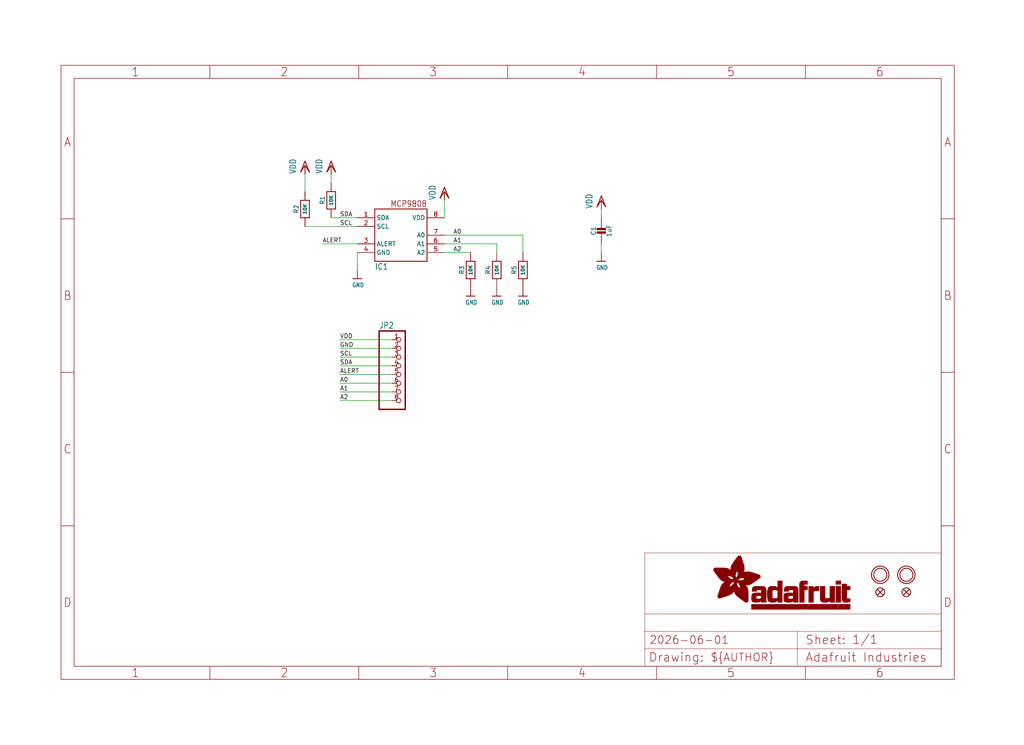
<source format=kicad_sch>
(kicad_sch (version 20230121) (generator eeschema)
  (paper "User" 298.45 217.322)
  (lib_symbols
    (symbol "working-eagle-import:CAP_CERAMIC_0805MP"
      (property "Reference" "C" (at -2.29 1.25 90))
      (symbol "CAP_CERAMIC_0805MP_1_0"
        (pin passive line (at 0 5.08 270) (length 2.54) (name "1") (number "1"))
        (pin passive line (at 0 -2.54 90) (length 2.54) (name "2") (number "2"))
      )
    )
    (symbol "working-eagle-import:FIDUCIAL{dblquote}{dblquote}")
    (symbol "working-eagle-import:FRAME_A4_ADAFRUIT"
      (symbol "FRAME_A4_ADAFRUIT_1_0"
        (text "${#}/${##}" (at 230.505 10.16 0) (effects (font (size 2.54 2.54)) (justify left bottom)))
        (text "${AUTHOR}" (at 189.23 5.08 0) (effects (font (size 2.286 2.286)) (justify left bottom)))
        (text "${CURRENT_DATE}" (at 171.45 10.16 0) (effects (font (size 2.286 2.286)) (justify left bottom)))
        (text "${PROJECTNAME}" (at 171.45 15.24 0) (effects (font (size 2.54 2.54)) (justify left bottom)))
        (text "1" (at 21.6958 1.905 0) (effects (font (size 2.54 2.286))))
        (text "1" (at 21.6958 177.165 0) (effects (font (size 2.54 2.286))))
        (text "2" (at 65.0875 1.905 0) (effects (font (size 2.54 2.286))))
        (text "2" (at 65.0875 177.165 0) (effects (font (size 2.54 2.286))))
        (text "3" (at 108.4792 1.905 0) (effects (font (size 2.54 2.286))))
        (text "3" (at 108.4792 177.165 0) (effects (font (size 2.54 2.286))))
        (text "4" (at 151.8708 1.905 0) (effects (font (size 2.54 2.286))))
        (text "4" (at 151.8708 177.165 0) (effects (font (size 2.54 2.286))))
        (text "5" (at 195.2625 1.905 0) (effects (font (size 2.54 2.286))))
        (text "5" (at 195.2625 177.165 0) (effects (font (size 2.54 2.286))))
        (text "6" (at 238.6542 1.905 0) (effects (font (size 2.54 2.286))))
        (text "6" (at 238.6542 177.165 0) (effects (font (size 2.54 2.286))))
        (text "A" (at 1.905 156.6863 0) (effects (font (size 2.54 2.286))))
        (text "A" (at 258.445 156.6863 0) (effects (font (size 2.54 2.286))))
        (text "Adafruit Industries" (at 216.916 4.953 0) (effects (font (size 2.54 2.54)) (justify left bottom)))
        (text "B" (at 1.905 111.9188 0) (effects (font (size 2.54 2.286))))
        (text "B" (at 258.445 111.9188 0) (effects (font (size 2.54 2.286))))
        (text "C" (at 1.905 67.1513 0) (effects (font (size 2.54 2.286))))
        (text "C" (at 258.445 67.1513 0) (effects (font (size 2.54 2.286))))
        (text "D" (at 1.905 22.3838 0) (effects (font (size 2.54 2.286))))
        (text "D" (at 258.445 22.3838 0) (effects (font (size 2.54 2.286))))
        (text "Drawing:" (at 171.196 4.953 0) (effects (font (size 2.54 2.54)) (justify left bottom)))
        (text "Sheet:" (at 216.916 10.033 0) (effects (font (size 2.54 2.54)) (justify left bottom)))
      )
    )
    (symbol "working-eagle-import:GND" (power)
      (property "Value" "GND" (at -1.524 -2.54 0))
      (symbol "GND_1_0"
        (pin power_in line (at 0 2.54 270) (length 2.54) (name "GND") (number "1"))
      )
    )
    (symbol "working-eagle-import:HEADER-1X870MIL"
      (property "Reference" "JP" (at -6.35 13.335 0))
      (symbol "HEADER-1X870MIL_1_0"
        (pin passive inverted (at -2.54 10.16 0) (length 2.54) (name "1") (number "1"))
        (pin passive inverted (at -2.54 7.62 0) (length 2.54) (name "2") (number "2"))
        (pin passive inverted (at -2.54 5.08 0) (length 2.54) (name "3") (number "3"))
        (pin passive inverted (at -2.54 2.54 0) (length 2.54) (name "4") (number "4"))
        (pin passive inverted (at -2.54 0 0) (length 2.54) (name "5") (number "5"))
        (pin passive inverted (at -2.54 -2.54 0) (length 2.54) (name "6") (number "6"))
        (pin passive inverted (at -2.54 -5.08 0) (length 2.54) (name "7") (number "7"))
        (pin passive inverted (at -2.54 -7.62 0) (length 2.54) (name "8") (number "8"))
      )
    )
    (symbol "working-eagle-import:MCP9808-E/MS"
      (property "Reference" "IC" (at -7.62 -10.16 0))
      (symbol "MCP9808-E/MS_1_0"
        (text "MCP9808" (at 7.62 10.16 0) (effects (font (size 1.778 1.5113)) (justify right top)))
        (pin bidirectional line (at -12.7 5.08 0) (length 5.08) (name "SDA") (number "1"))
        (pin bidirectional line (at -12.7 2.54 0) (length 5.08) (name "SCL") (number "2"))
        (pin open_collector line (at -12.7 -2.54 0) (length 5.08) (name "ALERT") (number "3"))
        (pin power_in line (at -12.7 -5.08 0) (length 5.08) (name "GND") (number "4"))
        (pin input line (at 12.7 -5.08 180) (length 5.08) (name "A2") (number "5"))
        (pin input line (at 12.7 -2.54 180) (length 5.08) (name "A1") (number "6"))
        (pin input line (at 12.7 0 180) (length 5.08) (name "A0") (number "7"))
        (pin power_in line (at 12.7 5.08 180) (length 5.08) (name "VDD") (number "8"))
      )
    )
    (symbol "working-eagle-import:MOUNTINGHOLE2.5")
    (symbol "working-eagle-import:RESISTOR0805_NOOUTLINE"
      (property "Reference" "R" (at 0 2.54 0))
      (symbol "RESISTOR0805_NOOUTLINE_1_0"
        (pin passive line (at -5.08 0 0) (length 2.54) (name "1") (number "1"))
        (pin passive line (at 5.08 0 180) (length 2.54) (name "2") (number "2"))
      )
    )
    (symbol "working-eagle-import:VDD" (power)
      (property "Value" "VDD" (at -2.54 -2.54 90))
      (symbol "VDD_1_0"
        (pin power_in line (at 0 -2.54 90) (length 2.54) (name "VDD") (number "1"))
      )
    )
  )
  (wire (pts (xy 175.26 73.66) (xy 175.26 71.12)) (stroke (width 0.1524)))
  (wire (pts (xy 114.3 104.14) (xy 99.06 104.14)) (stroke (width 0.1524)))
  (wire (pts (xy 99.06 111.76) (xy 114.3 111.76)) (stroke (width 0.1524)))
  (wire (pts (xy 129.54 68.58) (xy 152.4 68.58)) (stroke (width 0.1524)))
  (wire (pts (xy 104.14 78.74) (xy 104.14 73.66)) (stroke (width 0.1524)))
  (wire (pts (xy 96.52 50.8) (xy 96.52 53.34)) (stroke (width 0.1524)))
  (wire (pts (xy 114.3 101.6) (xy 99.06 101.6)) (stroke (width 0.1524)))
  (wire (pts (xy 129.54 71.12) (xy 144.78 71.12)) (stroke (width 0.1524)))
  (wire (pts (xy 104.14 66.04) (xy 88.9 66.04)) (stroke (width 0.1524)))
  (wire (pts (xy 99.06 106.68) (xy 114.3 106.68)) (stroke (width 0.1524)))
  (wire (pts (xy 175.26 63.5) (xy 175.26 60.96)) (stroke (width 0.1524)))
  (wire (pts (xy 99.06 116.84) (xy 114.3 116.84)) (stroke (width 0.1524)))
  (wire (pts (xy 104.14 71.12) (xy 93.98 71.12)) (stroke (width 0.1524)))
  (wire (pts (xy 144.78 71.12) (xy 144.78 73.66)) (stroke (width 0.1524)))
  (wire (pts (xy 96.52 63.5) (xy 104.14 63.5)) (stroke (width 0.1524)))
  (wire (pts (xy 129.54 58.42) (xy 129.54 63.5)) (stroke (width 0.1524)))
  (wire (pts (xy 88.9 55.88) (xy 88.9 50.8)) (stroke (width 0.1524)))
  (wire (pts (xy 129.54 73.66) (xy 137.16 73.66)) (stroke (width 0.1524)))
  (wire (pts (xy 114.3 109.22) (xy 99.06 109.22)) (stroke (width 0.1524)))
  (wire (pts (xy 152.4 68.58) (xy 152.4 73.66)) (stroke (width 0.1524)))
  (wire (pts (xy 114.3 114.3) (xy 99.06 114.3)) (stroke (width 0.1524)))
  (wire (pts (xy 114.3 99.06) (xy 99.06 99.06)) (stroke (width 0.1524)))
  (label "GND" (at 99.06 101.6 0) (effects (font (size 1.2446 1.2446))))
  (label "A1" (at 99.06 114.3 0) (effects (font (size 1.2446 1.2446))))
  (label "A2" (at 132.08 73.66 0) (effects (font (size 1.2446 1.2446))))
  (label "A0" (at 99.06 111.76 0) (effects (font (size 1.2446 1.2446))))
  (label "VDD" (at 99.06 99.06 0) (effects (font (size 1.2446 1.2446))))
  (label "SDA" (at 99.06 106.68 0) (effects (font (size 1.2446 1.2446))))
  (label "A0" (at 132.08 68.58 0) (effects (font (size 1.2446 1.2446))))
  (label "SCL" (at 99.06 104.14 0) (effects (font (size 1.2446 1.2446))))
  (label "A2" (at 99.06 116.84 0) (effects (font (size 1.2446 1.2446))))
  (label "ALERT" (at 99.06 109.22 0) (effects (font (size 1.2446 1.2446))))
  (label "A1" (at 132.08 71.12 0) (effects (font (size 1.2446 1.2446))))
  (label "SCL" (at 99.06 66.04 0) (effects (font (size 1.2446 1.2446))))
  (label "SDA" (at 99.06 63.5 0) (effects (font (size 1.2446 1.2446))))
  (label "ALERT" (at 93.98 71.12 0) (effects (font (size 1.2446 1.2446))))
  (symbol (lib_id "working-eagle-import:MOUNTINGHOLE2.5") (at 256.54 167.64 0) (unit 1)
    (property "Reference" "U$3" (effects hide))
    (property "Value" "MOUNTINGHOLE2.5" (effects hide))
    (property "Footprint" "working:MOUNTINGHOLE_2.5_PLATED" (effects hide))
  )
  (symbol (lib_id "working-eagle-import:CAP_CERAMIC_0805MP") (at 175.26 68.58 0) (unit 1)
    (property "Reference" "C1" (at 172.97 67.33 90))
    (property "Value" "1uF" (at 177.56 67.33 90))
    (property "Footprint" "working:_0805MP" (effects hide))
  )
  (symbol (lib_id "working-eagle-import:RESISTOR0805_NOOUTLINE") (at 96.52 58.42 90) (unit 1)
    (property "Reference" "R1" (at 93.98 58.42 0))
    (property "Value" "10K" (at 96.52 58.42 0) (effects (font (size 1.016 1.016) bold)))
    (property "Footprint" "working:0805-NO" (effects hide))
  )
  (symbol (lib_id "working-eagle-import:GND") (at 152.4 86.36 0) (unit 1)
    (property "Reference" "#U$9" (effects hide))
    (property "Value" "GND" (at 150.876 88.9 0) (effects (font (size 1.27 1.0795)) (justify left bottom)))
  )
  (symbol (lib_id "working-eagle-import:GND") (at 144.78 86.36 0) (unit 1)
    (property "Reference" "#U$8" (effects hide))
    (property "Value" "GND" (at 143.256 88.9 0) (effects (font (size 1.27 1.0795)) (justify left bottom)))
  )
  (symbol (lib_id "working-eagle-import:RESISTOR0805_NOOUTLINE") (at 144.78 78.74 90) (unit 1)
    (property "Reference" "R4" (at 142.24 78.74 0))
    (property "Value" "10K" (at 144.78 78.74 0) (effects (font (size 1.016 1.016) bold)))
    (property "Footprint" "working:0805-NO" (effects hide))
  )
  (symbol (lib_id "working-eagle-import:RESISTOR0805_NOOUTLINE") (at 137.16 78.74 90) (unit 1)
    (property "Reference" "R3" (at 134.62 78.74 0))
    (property "Value" "10K" (at 137.16 78.74 0) (effects (font (size 1.016 1.016) bold)))
    (property "Footprint" "working:0805-NO" (effects hide))
  )
  (symbol (lib_id "working-eagle-import:VDD") (at 175.26 58.42 0) (unit 1)
    (property "Reference" "#VDD2" (effects hide))
    (property "Value" "VDD" (at 172.72 60.96 90) (effects (font (size 1.778 1.5113)) (justify left bottom)))
  )
  (symbol (lib_id "working-eagle-import:RESISTOR0805_NOOUTLINE") (at 152.4 78.74 90) (unit 1)
    (property "Reference" "R5" (at 149.86 78.74 0))
    (property "Value" "10K" (at 152.4 78.74 0) (effects (font (size 1.016 1.016) bold)))
    (property "Footprint" "working:0805-NO" (effects hide))
  )
  (symbol (lib_id "working-eagle-import:FRAME_A4_ADAFRUIT") (at 17.78 198.12 0) (unit 1)
    (property "Reference" "#U$1" (effects hide))
    (property "Value" "FRAME_A4_ADAFRUIT" (effects hide))
  )
  (symbol (lib_id "working-eagle-import:RESISTOR0805_NOOUTLINE") (at 88.9 60.96 90) (unit 1)
    (property "Reference" "R2" (at 86.36 60.96 0))
    (property "Value" "10K" (at 88.9 60.96 0) (effects (font (size 1.016 1.016) bold)))
    (property "Footprint" "working:0805-NO" (effects hide))
  )
  (symbol (lib_id "working-eagle-import:VDD") (at 129.54 55.88 0) (unit 1)
    (property "Reference" "#VDD1" (effects hide))
    (property "Value" "VDD" (at 127 58.42 90) (effects (font (size 1.778 1.5113)) (justify left bottom)))
  )
  (symbol (lib_id "working-eagle-import:VDD") (at 88.9 48.26 0) (unit 1)
    (property "Reference" "#VDD3" (effects hide))
    (property "Value" "VDD" (at 86.36 50.8 90) (effects (font (size 1.778 1.5113)) (justify left bottom)))
  )
  (symbol (lib_id "working-eagle-import:GND") (at 137.16 86.36 0) (unit 1)
    (property "Reference" "#U$7" (effects hide))
    (property "Value" "GND" (at 135.636 88.9 0) (effects (font (size 1.27 1.0795)) (justify left bottom)))
  )
  (symbol (lib_id "working-eagle-import:MOUNTINGHOLE2.5") (at 264.16 167.64 0) (unit 1)
    (property "Reference" "U$5" (effects hide))
    (property "Value" "MOUNTINGHOLE2.5" (effects hide))
    (property "Footprint" "working:MOUNTINGHOLE_2.5_PLATED" (effects hide))
  )
  (symbol (lib_id "working-eagle-import:VDD") (at 96.52 48.26 0) (unit 1)
    (property "Reference" "#VDD4" (effects hide))
    (property "Value" "VDD" (at 93.98 50.8 90) (effects (font (size 1.778 1.5113)) (justify left bottom)))
  )
  (symbol (lib_id "working-eagle-import:FIDUCIAL{dblquote}{dblquote}") (at 264.16 172.72 0) (unit 1)
    (property "Reference" "FID2" (effects hide))
    (property "Value" "FIDUCIAL{dblquote}{dblquote}" (effects hide))
    (property "Footprint" "working:FIDUCIAL_1MM" (effects hide))
  )
  (symbol (lib_id "working-eagle-import:GND") (at 175.26 76.2 0) (unit 1)
    (property "Reference" "#U$6" (effects hide))
    (property "Value" "GND" (at 173.736 78.74 0) (effects (font (size 1.27 1.0795)) (justify left bottom)))
  )
  (symbol (lib_id "working-eagle-import:MCP9808-E/MS") (at 116.84 68.58 0) (unit 1)
    (property "Reference" "IC1" (at 109.22 78.74 0) (effects (font (size 1.778 1.5113)) (justify left bottom)))
    (property "Value" "MCP9808-E/MS" (effects hide))
    (property "Footprint" "working:MSOP8_0.65MM" (effects hide))
  )
  (symbol (lib_id "working-eagle-import:FIDUCIAL{dblquote}{dblquote}") (at 256.54 172.72 0) (unit 1)
    (property "Reference" "FID1" (effects hide))
    (property "Value" "FIDUCIAL{dblquote}{dblquote}" (effects hide))
    (property "Footprint" "working:FIDUCIAL_1MM" (effects hide))
  )
  (symbol (lib_id "working-eagle-import:HEADER-1X870MIL") (at 116.84 109.22 0) (unit 1)
    (property "Reference" "JP2" (at 110.49 95.885 0) (effects (font (size 1.778 1.5113)) (justify left bottom)))
    (property "Value" "HEADER-1X870MIL" (effects hide))
    (property "Footprint" "working:1X08_ROUND_70" (effects hide))
  )
  (symbol (lib_id "working-eagle-import:GND") (at 104.14 81.28 0) (unit 1)
    (property "Reference" "#U$2" (effects hide))
    (property "Value" "GND" (at 102.616 83.82 0) (effects (font (size 1.27 1.0795)) (justify left bottom)))
  )
)
</source>
